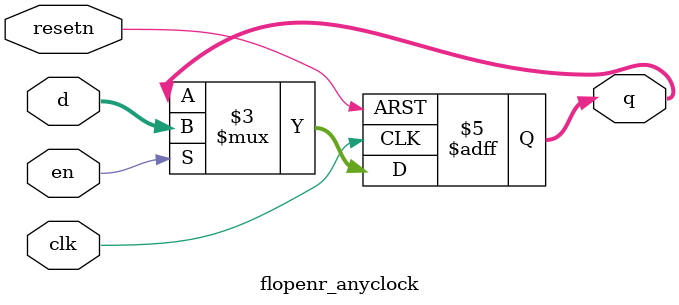
<source format=v>
module flopenr_anyclock #(parameter WIDTH = 32) (

    // clock and reset
    input wire clk,
    input wire resetn,
    input wire en,
    input wire [WIDTH-1:0] d,

    // output
    output reg [WIDTH-1:0] q

);

    always @(negedge clk, negedge resetn)
    begin
        if (resetn == 0)
        begin
            q <= 0;
        end
        else
        begin 
            if (en)
            begin
                q <= d;
            end
        end
    end

endmodule
</source>
